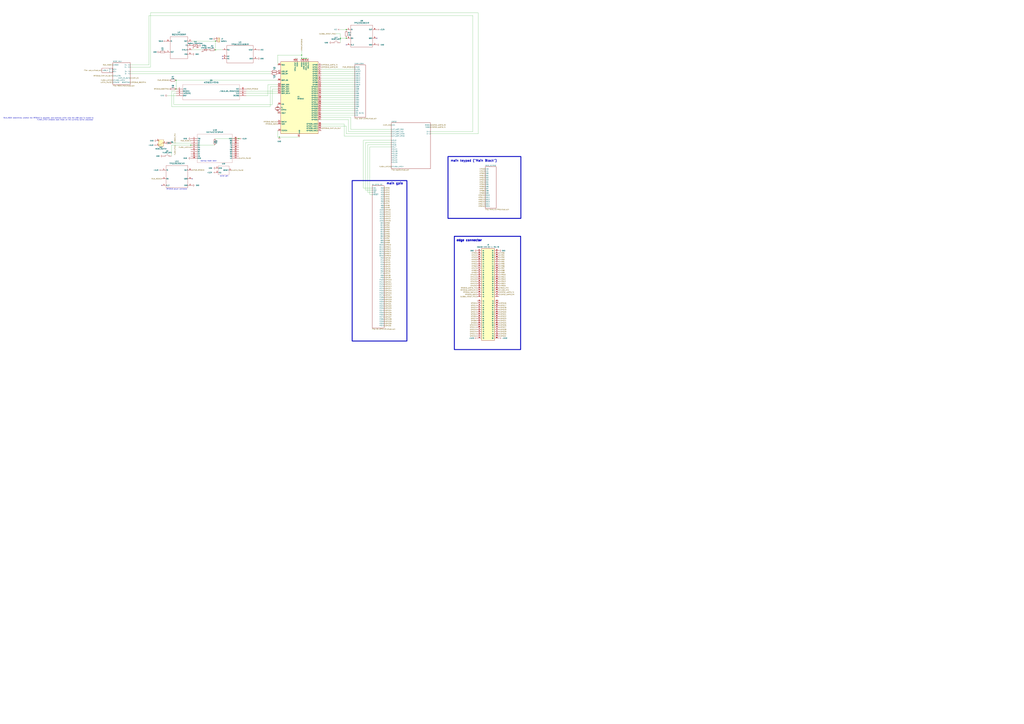
<source format=kicad_sch>
(kicad_sch (version 20230121) (generator eeschema)
  (paper "A0")
  (junction (at 395.224 44.45))
  (junction (at 250.19 47.752))
  (junction (at 250.19 57.912))
  (junction (at 402.082 44.45))
  (junction (at 221.488 168.656))
  (junction (at 277.368 161.036))
  (junction (at 352.806 67.818))
  (junction (at 324.358 159.258))
  (junction (at 350.266 67.818))
  (junction (at 204.47 93.218))
  (junction (at 204.47 103.378))
  (junction (at 350.266 64.008))
  (junction (at 402.082 34.29))
  (junction (at 355.346 67.818))
  (no_connect (at 258.318 68.072))
  (no_connect (at 258.318 65.532))
  (no_connect (at 402.082 52.07))
  (no_connect (at 223.266 207.772))
  (no_connect (at 437.642 44.45))
  (no_connect (at 187.706 215.392))
  (wire (pts (xy 172.974 18.034) (xy 549.148 18.034)))
  (wire (pts (xy 432.054 226.06) (xy 429.514 226.06)))
  (wire (pts (xy 322.326 130.048) (xy 322.326 131.318)))
  (wire (pts (xy 151.384 75.438) (xy 172.974 75.438)))
  (wire (pts (xy 322.326 64.008) (xy 350.266 64.008)))
  (wire (pts (xy 402.082 146.558) (xy 402.082 155.448)))
  (wire (pts (xy 373.126 108.458) (xy 411.734 108.458)))
  (wire (pts (xy 373.126 88.138) (xy 411.734 88.138)))
  (wire (pts (xy 174.752 77.978) (xy 174.752 14.986)))
  (wire (pts (xy 199.39 105.918) (xy 199.39 123.952)))
  (wire (pts (xy 285.75 108.458) (xy 322.326 108.458)))
  (wire (pts (xy 311.15 110.998) (xy 311.15 98.298)))
  (wire (pts (xy 250.19 47.752) (xy 250.19 57.912)))
  (wire (pts (xy 201.93 121.412) (xy 316.23 121.412)))
  (wire (pts (xy 322.326 159.258) (xy 324.358 159.258)))
  (wire (pts (xy 221.488 168.656) (xy 249.428 168.656)))
  (wire (pts (xy 399.542 157.988) (xy 399.542 144.018)))
  (wire (pts (xy 373.126 85.598) (xy 411.734 85.598)))
  (wire (pts (xy 342.646 67.818) (xy 345.186 67.818)))
  (wire (pts (xy 454.406 152.908) (xy 404.622 152.908)))
  (wire (pts (xy 421.894 163.068) (xy 454.406 163.068)))
  (wire (pts (xy 402.082 34.29) (xy 402.082 35.56)))
  (wire (pts (xy 322.326 151.638) (xy 322.326 159.258)))
  (wire (pts (xy 194.31 110.998) (xy 204.47 110.998)))
  (wire (pts (xy 373.126 131.318) (xy 411.734 131.318)))
  (wire (pts (xy 499.872 155.448) (xy 555.244 155.448)))
  (wire (pts (xy 454.406 168.148) (xy 426.974 168.148)))
  (wire (pts (xy 352.806 67.818) (xy 355.346 67.818)))
  (wire (pts (xy 285.75 105.918) (xy 322.326 105.918)))
  (wire (pts (xy 313.69 100.838) (xy 322.326 100.838)))
  (wire (pts (xy 395.224 44.45) (xy 395.224 49.53)))
  (wire (pts (xy 373.126 95.758) (xy 411.734 95.758)))
  (wire (pts (xy 350.266 59.182) (xy 350.266 64.008)))
  (wire (pts (xy 151.384 77.978) (xy 174.752 77.978)))
  (wire (pts (xy 424.434 165.608) (xy 454.406 165.608)))
  (wire (pts (xy 549.148 18.034) (xy 549.148 152.908)))
  (wire (pts (xy 426.974 223.52) (xy 432.054 223.52)))
  (wire (pts (xy 373.126 80.518) (xy 411.734 80.518)))
  (wire (pts (xy 373.126 100.838) (xy 411.734 100.838)))
  (wire (pts (xy 373.126 116.078) (xy 411.734 116.078)))
  (wire (pts (xy 249.428 161.036) (xy 277.368 161.036)))
  (wire (pts (xy 373.126 93.218) (xy 411.734 93.218)))
  (wire (pts (xy 404.622 152.908) (xy 404.622 138.938)))
  (wire (pts (xy 172.974 75.438) (xy 172.974 18.034)))
  (wire (pts (xy 373.126 128.778) (xy 411.734 128.778)))
  (wire (pts (xy 555.244 14.986) (xy 555.244 155.448)))
  (wire (pts (xy 404.622 138.938) (xy 373.126 138.938)))
  (wire (pts (xy 399.542 144.018) (xy 373.126 144.018)))
  (wire (pts (xy 285.75 110.998) (xy 311.15 110.998)))
  (wire (pts (xy 373.126 123.698) (xy 411.734 123.698)))
  (wire (pts (xy 421.894 163.068) (xy 421.894 218.44)))
  (wire (pts (xy 373.126 118.618) (xy 411.734 118.618)))
  (wire (pts (xy 373.126 121.158) (xy 411.734 121.158)))
  (wire (pts (xy 394.97 34.29) (xy 402.082 34.29)))
  (wire (pts (xy 407.416 150.368) (xy 454.406 150.368)))
  (wire (pts (xy 373.126 90.678) (xy 411.734 90.678)))
  (wire (pts (xy 402.082 155.448) (xy 454.406 155.448)))
  (wire (pts (xy 373.126 103.378) (xy 411.734 103.378)))
  (wire (pts (xy 322.326 64.008) (xy 322.326 75.438)))
  (wire (pts (xy 373.126 105.918) (xy 411.734 105.918)))
  (wire (pts (xy 350.266 64.008) (xy 350.266 67.818)))
  (wire (pts (xy 350.266 67.818) (xy 352.806 67.818)))
  (wire (pts (xy 174.752 14.986) (xy 555.244 14.986)))
  (wire (pts (xy 316.23 121.412) (xy 316.23 103.378)))
  (wire (pts (xy 223.012 57.912) (xy 234.95 57.912)))
  (wire (pts (xy 199.39 123.952) (xy 313.69 123.952)))
  (wire (pts (xy 429.514 170.688) (xy 454.406 170.688)))
  (wire (pts (xy 373.126 146.558) (xy 402.082 146.558)))
  (wire (pts (xy 426.974 168.148) (xy 426.974 223.52)))
  (wire (pts (xy 395.224 44.45) (xy 402.082 44.45)))
  (wire (pts (xy 355.346 67.818) (xy 357.886 67.818)))
  (wire (pts (xy 373.126 110.998) (xy 411.734 110.998)))
  (wire (pts (xy 322.326 121.158) (xy 322.326 122.428)))
  (wire (pts (xy 407.416 136.398) (xy 407.416 150.368)))
  (wire (pts (xy 390.144 39.37) (xy 395.224 39.37)))
  (wire (pts (xy 204.47 105.918) (xy 199.39 105.918)))
  (wire (pts (xy 395.224 39.37) (xy 395.224 44.45)))
  (wire (pts (xy 151.384 83.058) (xy 314.706 83.058)))
  (wire (pts (xy 204.47 93.218) (xy 204.47 103.378)))
  (wire (pts (xy 373.126 136.398) (xy 407.416 136.398)))
  (wire (pts (xy 373.126 126.238) (xy 411.734 126.238)))
  (wire (pts (xy 429.514 226.06) (xy 429.514 170.688)))
  (wire (pts (xy 201.93 108.458) (xy 201.93 121.412)))
  (wire (pts (xy 311.15 98.298) (xy 322.326 98.298)))
  (wire (pts (xy 424.434 220.98) (xy 424.434 165.608)))
  (wire (pts (xy 250.19 57.912) (xy 258.318 57.912)))
  (wire (pts (xy 199.136 168.656) (xy 199.136 181.356)))
  (wire (pts (xy 199.136 168.656) (xy 221.488 168.656)))
  (wire (pts (xy 373.126 83.058) (xy 411.734 83.058)))
  (wire (pts (xy 151.384 85.598) (xy 314.706 85.598)))
  (wire (pts (xy 313.69 123.952) (xy 313.69 100.838)))
  (wire (pts (xy 402.082 44.45) (xy 402.082 43.18)))
  (wire (pts (xy 454.406 157.988) (xy 399.542 157.988)))
  (wire (pts (xy 204.47 93.218) (xy 322.326 93.218)))
  (wire (pts (xy 324.358 159.258) (xy 347.726 159.258)))
  (wire (pts (xy 373.126 113.538) (xy 411.734 113.538)))
  (wire (pts (xy 316.23 103.378) (xy 322.326 103.378)))
  (wire (pts (xy 432.054 220.98) (xy 424.434 220.98)))
  (wire (pts (xy 421.894 218.44) (xy 432.054 218.44)))
  (wire (pts (xy 373.126 98.298) (xy 411.734 98.298)))
  (wire (pts (xy 223.012 47.752) (xy 250.19 47.752)))
  (wire (pts (xy 499.872 152.908) (xy 549.148 152.908)))
  (wire (pts (xy 373.126 133.858) (xy 411.734 133.858)))
  (wire (pts (xy 204.47 108.458) (xy 201.93 108.458)))
  (wire (pts (xy 199.644 166.116) (xy 221.488 166.116)))
  (rectangle (start 408.94 209.804) (end 472.44 396.24) (stroke (width 1)))
  (rectangle (start 527.558 274.574) (end 604.52 406.146) (stroke (width 1)))
  (rectangle (start 520.192 181.864) (end 604.774 253.746) (stroke (width 1)))
  (text "pulse gen" (at 255.524 205.232 0) (effects (font (size 1.27 1.27)) (justify left bottom)))
  (text "RUN_MODE determines whether the RP2040 is powered, and controls which chip the USB port is routed to\nFLASH_LATCH enables boot mode on the currently active processor" (at 108.458 139.954 0) (effects (font (size 1.27 1.27)) (justify right bottom)))
  (text "main keypad (\"Main Block\")" (at 522.986 188.214 0) (effects (font (size 2.5 2.5) (thickness 0.5) bold) (justify left bottom)))
  (text "startup mode latch" (at 232.918 187.706 0) (effects (font (size 1.27 1.27)) (justify left bottom)))
  (text "RP2040 power controller" (at 193.294 220.472 0) (effects (font (size 1.27 1.27)) (justify left bottom)))
  (text "edge connector" (at 529.844 280.67 0) (effects (font (size 2.5 2.5) (thickness 1) bold) (justify left bottom)))
  (text "main gpio" (at 448.564 214.63 0) (effects (font (size 2.5 2.5) bold) (justify left bottom)))
  (hierarchical_label "KPA0" (shape input) (at 563.372 196.342 180))
  (hierarchical_label "KPB12" (shape input) (at 446.024 289.56 0))
  (hierarchical_label "GPIO0" (shape bidirectional) (at 446.024 299.72 0))
  (hierarchical_label "GPIO28" (shape bidirectional) (at 446.024 370.84 0))
  (hierarchical_label "CHIP_EN" (shape output) (at 151.384 90.678 0))
  (hierarchical_label "KPB8" (shape input) (at 446.024 279.4 0))
  (hierarchical_label "KPA11" (shape input) (at 553.974 321.818 180))
  (hierarchical_label "KPB1" (shape output) (at 579.374 296.418 0))
  (hierarchical_label "GPIO29" (shape bidirectional) (at 446.024 373.38 0))
  (hierarchical_label "KPB6" (shape output) (at 563.372 216.662 180))
  (hierarchical_label "KPB9" (shape output) (at 563.372 224.282 180))
  (hierarchical_label "RP2040_UART0_RX" (shape input) (at 373.126 77.978 0))
  (hierarchical_label "GPIO7" (shape bidirectional) (at 446.024 317.5 0))
  (hierarchical_label "PWR_RP2040" (shape output) (at 223.266 197.612 0))
  (hierarchical_label "KPB6" (shape output) (at 579.374 309.118 0))
  (hierarchical_label "LATCH_PULSE" (shape output) (at 268.478 197.866 0))
  (hierarchical_label "KPB7" (shape output) (at 563.372 219.202 180))
  (hierarchical_label "GPIO10" (shape bidirectional) (at 553.974 377.698 180))
  (hierarchical_label "GPIO13" (shape bidirectional) (at 553.974 385.318 180))
  (hierarchical_label "PWR_RP2040" (shape input) (at 411.734 77.978 180))
  (hierarchical_label "KPB15" (shape output) (at 579.374 331.978 0))
  (hierarchical_label "KPB2" (shape output) (at 563.372 206.502 180))
  (hierarchical_label "KPA8" (shape output) (at 446.024 238.76 0))
  (hierarchical_label "GPIO14" (shape bidirectional) (at 553.974 387.858 180))
  (hierarchical_label "CHIP_EN" (shape input) (at 454.406 145.288 180))
  (hierarchical_label "GPIO22" (shape bidirectional) (at 446.024 355.6 0))
  (hierarchical_label "FLASH_PIN" (shape output) (at 203.2 168.656 270))
  (hierarchical_label "KPA14" (shape input) (at 553.974 329.438 180))
  (hierarchical_label "GPIO1" (shape bidirectional) (at 446.024 302.26 0))
  (hierarchical_label "FLASH_PIN" (shape output) (at 579.374 337.058 0))
  (hierarchical_label "RP2040_CHIP_EN_OUT" (shape input) (at 131.064 88.138 180))
  (hierarchical_label "GPIO25" (shape bidirectional) (at 446.024 363.22 0))
  (hierarchical_label "GPIO3" (shape bidirectional) (at 446.024 307.34 0))
  (hierarchical_label "FLASH_LATCH" (shape output) (at 221.488 171.196 180))
  (hierarchical_label "KPB10" (shape output) (at 563.372 226.822 180))
  (hierarchical_label "KPB11" (shape output) (at 579.374 321.818 0))
  (hierarchical_label "GPIO3" (shape bidirectional) (at 553.974 359.918 180))
  (hierarchical_label "KPA15" (shape output) (at 446.024 256.54 0))
  (hierarchical_label "GPIO11" (shape bidirectional) (at 446.024 327.66 0))
  (hierarchical_label "GPIO8" (shape bidirectional) (at 553.974 372.618 180))
  (hierarchical_label "GPIO21" (shape bidirectional) (at 579.374 364.998 0))
  (hierarchical_label "RP2040_UART0_RX" (shape output) (at 553.974 337.058 180))
  (hierarchical_label "GPIO13" (shape bidirectional) (at 446.024 332.74 0))
  (hierarchical_label "ESP32_UART0_RX" (shape input) (at 499.872 145.288 0))
  (hierarchical_label "RP2040_BOOTPIN" (shape input) (at 196.85 103.378 180))
  (hierarchical_label "KPB3" (shape input) (at 446.024 266.7 0))
  (hierarchical_label "KPB8" (shape output) (at 563.372 221.742 180))
  (hierarchical_label "KPB7" (shape output) (at 579.374 311.658 0))
  (hierarchical_label "KPA3" (shape input) (at 553.974 301.498 180))
  (hierarchical_label "KPA5" (shape input) (at 553.974 306.578 180))
  (hierarchical_label "GPIO15" (shape bidirectional) (at 446.024 337.82 0))
  (hierarchical_label "KPA1" (shape input) (at 563.372 198.882 180))
  (hierarchical_label "KPA2" (shape input) (at 553.974 298.958 180))
  (hierarchical_label "GPIO6" (shape bidirectional) (at 446.024 314.96 0))
  (hierarchical_label "KPB0" (shape output) (at 563.372 201.422 180))
  (hierarchical_label "KPA0" (shape output) (at 446.024 218.44 0))
  (hierarchical_label "RP2040_SWCLK" (shape input) (at 322.326 141.478 180))
  (hierarchical_label "GPIO17" (shape bidirectional) (at 446.024 342.9 0))
  (hierarchical_label "GPIO4" (shape bidirectional) (at 446.024 309.88 0))
  (hierarchical_label "GPIO21" (shape bidirectional) (at 446.024 353.06 0))
  (hierarchical_label "GPIO2" (shape bidirectional) (at 446.024 304.8 0))
  (hierarchical_label "GPIO30" (shape bidirectional) (at 579.374 387.858 0))
  (hierarchical_label "KPB15" (shape input) (at 446.024 297.18 0))
  (hierarchical_label "GPIO31" (shape bidirectional) (at 446.024 378.46 0))
  (hierarchical_label "KPA13" (shape input) (at 553.974 326.898 180))
  (hierarchical_label "RP2040_CHIP_EN_OUT" (shape input) (at 373.126 149.098 0))
  (hierarchical_label "KPB15" (shape output) (at 563.372 239.522 180))
  (hierarchical_label "KPB14" (shape output) (at 563.372 236.982 180))
  (hierarchical_label "KPA0" (shape input) (at 553.974 293.878 180))
  (hierarchical_label "KPB6" (shape input) (at 446.024 274.32 0))
  (hierarchical_label "GPIO9" (shape bidirectional) (at 553.974 375.158 180))
  (hierarchical_label "KPB13" (shape output) (at 563.372 234.442 180))
  (hierarchical_label "ESP32_UART0_TX" (shape output) (at 499.872 147.828 0))
  (hierarchical_label "FLASH_LATCH" (shape input) (at 454.406 193.548 180))
  (hierarchical_label "RUN_MODE" (shape input) (at 131.064 75.438 180))
  (hierarchical_label "KPA13" (shape output) (at 446.024 251.46 0))
  (hierarchical_label "GPIO6" (shape bidirectional) (at 553.974 367.538 180))
  (hierarchical_label "GPIO31" (shape bidirectional) (at 579.374 390.398 0))
  (hierarchical_label "GPIO11" (shape bidirectional) (at 553.974 380.238 180))
  (hierarchical_label "KPA9" (shape input) (at 553.974 316.738 180))
  (hierarchical_label "KPA14" (shape output) (at 446.024 254 0))
  (hierarchical_label "GPIO23" (shape bidirectional) (at 579.374 370.078 0))
  (hierarchical_label "RUN_MODE" (shape input) (at 187.706 207.772 180))
  (hierarchical_label "KPA10" (shape input) (at 553.974 319.278 180))
  (hierarchical_label "KPA4" (shape input) (at 553.974 304.038 180))
  (hierarchical_label "GPIO19" (shape bidirectional) (at 579.374 359.918 0))
  (hierarchical_label "GPIO24" (shape bidirectional) (at 446.024 360.68 0))
  (hierarchical_label "KPA10" (shape output) (at 446.024 243.84 0))
  (hierarchical_label "GLOBAL_RESET_PIN" (shape output) (at 553.974 344.678 180))
  (hierarchical_label "GPIO16" (shape bidirectional) (at 579.374 352.298 0))
  (hierarchical_label "GPIO14" (shape bidirectional) (at 446.024 335.28 0))
  (hierarchical_label "GPIO9" (shape bidirectional) (at 446.024 322.58 0))
  (hierarchical_label "KPB5" (shape output) (at 579.374 306.578 0))
  (hierarchical_label "KPB3" (shape output) (at 579.374 301.498 0))
  (hierarchical_label "KPB0" (shape output) (at 579.374 293.878 0))
  (hierarchical_label "PWR_RP2040" (shape input) (at 350.266 59.182 90))
  (hierarchical_label "GPIO4" (shape bidirectional) (at 553.974 362.458 180))
  (hierarchical_label "KPB5" (shape input) (at 446.024 271.78 0))
  (hierarchical_label "GPIO20" (shape bidirectional) (at 446.024 350.52 0))
  (hierarchical_label "KPA7" (shape input) (at 553.974 311.658 180))
  (hierarchical_label "KPA6" (shape input) (at 553.974 309.118 180))
  (hierarchical_label "KPB10" (shape input) (at 446.024 284.48 0))
  (hierarchical_label "ESP32_UART0_TX" (shape input) (at 579.374 339.598 0))
  (hierarchical_label "GPIO19" (shape bidirectional) (at 446.024 347.98 0))
  (hierarchical_label "GPIO18" (shape bidirectional) (at 446.024 345.44 0))
  (hierarchical_label "KPA7" (shape output) (at 446.024 236.22 0))
  (hierarchical_label "PWR_RP2040" (shape input) (at 196.85 93.218 180))
  (hierarchical_label "GLOBAL_RESET_PIN" (shape input) (at 390.144 39.37 180))
  (hierarchical_label "LATCH_PULSE" (shape input) (at 277.368 183.896 0))
  (hierarchical_label "KPA15" (shape input) (at 553.974 331.978 180))
  (hierarchical_label "KPB4" (shape output) (at 563.372 211.582 180))
  (hierarchical_label "GPIO10" (shape bidirectional) (at 446.024 325.12 0))
  (hierarchical_label "GPIO30" (shape bidirectional) (at 446.024 375.92 0))
  (hierarchical_label "KPB13" (shape input) (at 446.024 292.1 0))
  (hierarchical_label "KPA1" (shape input) (at 553.974 296.418 180))
  (hierarchical_label "KPB13" (shape output) (at 579.374 326.898 0))
  (hierarchical_label "KPB0" (shape input) (at 446.024 259.08 0))
  (hierarchical_label "KPB14" (shape output) (at 579.374 329.438 0))
  (hierarchical_label "GPIO12" (shape bidirectional) (at 446.024 330.2 0))
  (hierarchical_label "GPIO28" (shape bidirectional) (at 579.374 382.778 0))
  (hierarchical_label "GPIO8" (shape bidirectional) (at 446.024 320.04 0))
  (hierarchical_label "GPIO27" (shape bidirectional) (at 579.374 380.238 0))
  (hierarchical_label "KPB2" (shape output) (at 579.374 298.958 0))
  (hierarchical_label "KPA4" (shape output) (at 446.024 228.6 0))
  (hierarchical_label "GPIO16" (shape bidirectional) (at 446.024 340.36 0))
  (hierarchical_label "GPIO18" (shape bidirectional) (at 579.374 357.378 0))
  (hierarchical_label "KPB3" (shape output) (at 563.372 209.042 180))
  (hierarchical_label "GPIO27" (shape bidirectional) (at 446.024 368.3 0))
  (hierarchical_label "RP2040_SWD" (shape input) (at 322.326 144.018 180))
  (hierarchical_label "GPIO15" (shape bidirectional) (at 553.974 390.398 180))
  (hierarchical_label "FLASH_LATCH" (shape input) (at 131.064 93.218 180))
  (hierarchical_label "PWR_RP2040" (shape input) (at 285.75 103.378 0))
  (hierarchical_label "KPA11" (shape output) (at 446.024 246.38 0))
  (hierarchical_label "RP2040_UART0_TX" (shape output) (at 373.126 75.438 0))
  (hierarchical_label "KPB8" (shape output) (at 579.374 314.198 0))
  (hierarchical_label "KPB10" (shape output) (at 579.374 319.278 0))
  (hierarchical_label "GPIO25" (shape bidirectional) (at 579.374 375.158 0))
  (hierarchical_label "KPB9" (shape input) (at 446.024 281.94 0))
  (hierarchical_label "ESP32_UART0_RX" (shape output) (at 579.374 342.138 0))
  (hierarchical_label "GPIO22" (shape bidirectional) (at 579.374 367.538 0))
  (hierarchical_label "GPIO2" (shape bidirectional) (at 553.974 357.378 180))
  (hierarchical_label "KPA9" (shape output) (at 446.024 241.3 0))
  (hierarchical_label "KPB12" (shape output) (at 579.374 324.358 0))
  (hierarchical_label "RUN_MODE" (shape output) (at 221.488 163.576 180))
  (hierarchical_label "GPIO12" (shape bidirectional) (at 553.974 382.778 180))
  (hierarchical_label "KPB4" (shape output) (at 579.374 304.038 0))
  (hierarchical_label "GPIO24" (shape bidirectional) (at 579.374 372.618 0))
  (hierarchical_label "KPB7" (shape input) (at 446.024 276.86 0))
  (hierarchical_label "KPA6" (shape output) (at 446.024 233.68 0))
  (hierarchical_label "GPIO5" (shape bidirectional) (at 553.974 364.998 180))
  (hierarchical_label "KPB1" (shape input) (at 446.024 261.62 0))
  (hierarchical_label "KPA12" (shape input) (at 553.974 324.358 180))
  (hierarchical_label "KPA2" (shape output) (at 446.024 223.52 0))
  (hierarchical_label "KPB9" (shape output) (at 579.374 316.738 0))
  (hierarchical_label "GPIO7" (shape bidirectional) (at 553.974 370.078 180))
  (hierarchical_label "KPB11" (shape output) (at 563.372 229.362 180))
  (hierarchical_label "KPB2" (shape input) (at 446.024 264.16 0))
  (hierarchical_label "RP2040_SWCLK" (shape input) (at 553.974 339.598 180))
  (hierarchical_label "KPA3" (shape output) (at 446.024 226.06 0))
  (hierarchical_label "GPIO5" (shape bidirectional) (at 446.024 312.42 0))
  (hierarchical_label "GPIO0" (shape bidirectional) (at 553.974 352.298 180))
  (hierarchical_label "KPB1" (shape output) (at 563.372 203.962 180))
  (hierarchical_label "GPIO1" (shape bidirectional) (at 553.974 354.838 180))
  (hierarchical_label "KPA5" (shape output) (at 446.024 231.14 0))
  (hierarchical_label "KPA8" (shape input) (at 553.974 314.198 180))
  (hierarchical_label "KPA12" (shape output) (at 446.024 248.92 0))
  (hierarchical_label "GPIO26" (shape bidirectional) (at 579.374 377.698 0))
  (hierarchical_label "GPIO23" (shape bidirectional) (at 446.024 358.14 0))
  (hierarchical_label "RP2040_BOOTPIN" (shape output) (at 151.384 95.758 0))
  (hierarchical_label "KPA1" (shape output) (at 446.024 220.98 0))
  (hierarchical_label "KPB11" (shape input) (at 446.024 287.02 0))
  (hierarchical_label "KPB5" (shape output) (at 563.372 214.122 180))
  (hierarchical_label "KPB14" (shape input) (at 446.024 294.64 0))
  (hierarchical_label "GPIO29" (shape bidirectional) (at 579.374 385.318 0))
  (hierarchical_label "RP2040_SWD" (shape input) (at 553.974 342.138 180))
  (hierarchical_label "RP2040_UART0_TX" (shape input) (at 553.974 334.518 180))
  (hierarchical_label "LATCH_PULSE" (shape input) (at 131.064 95.758 180))
  (hierarchical_label "MODE_PIN" (shape output) (at 579.374 334.518 0))
  (hierarchical_label "KPB4" (shape input) (at 446.024 269.24 0))
  (hierarchical_label "KPB12" (shape output) (at 563.372 231.902 180))
  (hierarchical_label "GPIO26" (shape bidirectional) (at 446.024 365.76 0))
  (hierarchical_label "MODE_PIN" (shape output) (at 203.2 166.116 90))
  (hierarchical_label "GPIO17" (shape bidirectional) (at 579.374 354.838 0))
  (hierarchical_label "GPIO20" (shape bidirectional) (at 579.374 362.458 0))
  (symbol (lib_id "2024-01-09_16-08-29:W25Q32JVSSIQ") (at 204.47 103.378 0) (unit 1)
    (property "Reference" "U6" (at 245.11 93.218 0) (effects (font (size 1.524 1.524))))
    (property "Value" "W25Q32JVSSIQ" (at 245.11 95.758 0) (effects (font (size 1.524 1.524))))
    (property "Footprint" "footprints:SOIC-8_5P28X5P28_WIN" (effects hide))
    (property "Datasheet" "W25Q32JVSSIQ" (effects hide))
  )
  (symbol (lib_id "power:VCC") (at 298.958 57.912 270) (unit 1)
    (property "Reference" "#PWR027" (effects hide))
    (property "Value" "VCC" (at 302.26 57.912 90) (effects (justify left)))
  )
  (symbol (lib_id "power:+3.3V") (at 553.974 392.938 90) (unit 1)
    (property "Reference" "#PWR067" (effects hide))
    (property "Value" "+3.3V" (at 550.672 392.938 90) (effects (justify left)))
  )
  (symbol (lib_id "power:+3.3V") (at 250.698 200.406 90) (unit 1)
    (property "Reference" "#PWR031" (effects hide))
    (property "Value" "+3.3V" (at 246.38 200.406 90) (effects (justify left)))
  )
  (symbol (lib_id "power:GND") (at 385.064 49.53 270) (unit 1)
    (property "Reference" "#PWR08" (effects hide))
    (property "Value" "GND" (at 381 49.53 90) (effects (justify right)))
  )
  (symbol (lib_id "custom:button") (at 390.144 49.53 0) (unit 1)
    (property "Reference" "U17" (at 390.144 43.688 0))
    (property "Value" "RESET_BTN" (at 390.144 45.466 0))
    (property "Footprint" "Button_Switch_SMD:SW_Tactile_SPST_NO_Straight_CK_PTS636Sx25SMTRLFS" (effects hide))
  )
  (symbol (lib_id "Device:R") (at 402.082 39.37 0) (unit 1)
    (property "Reference" "R17" (at 403.86 38.1 0) (effects (justify left)))
    (property "Value" "10k" (at 403.86 40.64 0) (effects (justify left)))
    (property "Footprint" "Resistor_SMD:R_1206_3216Metric" (effects hide))
  )
  (symbol (lib_id "power:GND") (at 221.488 161.036 270) (unit 1)
    (property "Reference" "#PWR014" (effects hide))
    (property "Value" "GND" (at 217.17 161.036 90) (effects (justify right)))
  )
  (symbol (lib_id "power:+3.3V") (at 437.642 34.29 270) (unit 1)
    (property "Reference" "#PWR013" (effects hide))
    (property "Value" "+3.3V" (at 440.817 34.29 90) (effects (justify left)))
  )
  (symbol (lib_id "power:VCC") (at 394.97 34.29 90) (unit 1)
    (property "Reference" "#PWR03" (effects hide))
    (property "Value" "VCC" (at 391.668 34.29 90) (effects (justify left)))
  )
  (symbol (lib_id "MCU_RaspberryPi:RP2040") (at 347.726 113.538 0) (unit 1)
    (property "Reference" "U1" (at 345.186 112.268 0) (effects (justify left)))
    (property "Value" "RP2040" (at 345.186 114.808 0) (effects (justify left)))
    (property "Footprint" "Package_DFN_QFN:QFN-56-1EP_7x7mm_P0.4mm_EP3.2x3.2mm" (effects hide))
    (property "Datasheet" "https://datasheets.raspberrypi.com/rp2040/rp2040-datasheet.pdf" (effects hide))
  )
  (symbol (lib_id "Device:R") (at 200.66 93.218 270) (unit 1)
    (property "Reference" "R7" (at 200.66 89.408 90))
    (property "Value" "10k" (at 200.66 91.313 90))
    (property "Footprint" "Resistor_SMD:R_1206_3216Metric" (effects hide))
  )
  (symbol (lib_id "2024-01-02_21-46-21:BQ21040DBVR") (at 207.772 55.372 0) (unit 1)
    (property "Reference" "U2" (at 207.772 37.592 0) (effects (font (size 1.524 1.524))))
    (property "Value" "BQ21040DBVR" (at 207.772 40.132 0) (effects (font (size 1.524 1.524))))
    (property "Footprint" "footprints:DBV0006A_N" (effects hide))
    (property "Datasheet" "BQ21040DBVR" (effects hide))
  )
  (symbol (lib_id "2024-01-02_21-46-27:TPS613221ADBVR") (at 278.638 62.992 0) (unit 1)
    (property "Reference" "U3" (at 278.638 49.022 0) (effects (font (size 1.524 1.524))))
    (property "Value" "TPS613221ADBVR" (at 278.638 51.562 0) (effects (font (size 1.524 1.524))))
    (property "Footprint" "footprints:DBV0005A_N" (effects hide))
    (property "Datasheet" "TPS613221ADBVR" (effects hide))
  )
  (symbol (lib_id "2024-01-10_18-59-37:RESET_TIMER") (at 259.588 197.866 0) (unit 1)
    (property "Reference" "U10" (at 259.588 190.246 0))
    (property "Value" "~" (at 259.588 197.866 0))
    (property "Footprint" "footprints:SOT-23_M3_MCH" (effects hide))
  )
  (symbol (lib_id "Device:Thermistor_NTC") (at 226.822 52.832 90) (unit 1)
    (property "Reference" "TH1" (at 226.822 48.387 90))
    (property "Value" "battery thermistor" (at 226.822 50.292 90))
    (property "Footprint" "Resistor_SMD:R_0201_0603Metric_Pad0.64x0.40mm_HandSolder" (effects hide))
  )
  (symbol (lib_id "power:+3.3V") (at 277.368 161.036 270) (unit 1)
    (property "Reference" "#PWR029" (effects hide))
    (property "Value" "+3.3V" (at 280.67 161.036 90) (effects (justify left)))
  )
  (symbol (lib_id "HSEC8-140-01-L-RA-TR:HSEC8-140-01-L-RA-TR") (at 566.674 342.138 0) (unit 1)
    (property "Reference" "J5" (at 566.674 284.48 0))
    (property "Value" "HSEC8-140-01-L-RA-TR" (at 566.674 287.02 0))
    (property "Footprint" "HSEC8_140_01_L_RA_TR:SAMTEC_HSEC8-140-01-L-RA-TR" (effects hide))
    (property "MF" "Samtec" (effects hide))
    (property "DESCRIPTION" "0.80 mm High-Speed Edge Card Connector, Right-Angle" (effects hide))
    (property "PACKAGE" "None" (effects hide))
    (property "PRICE" "None" (effects hide))
    (property "MP" "HSEC8-140-01-L-RA-TR" (effects hide))
    (property "AVAILABILITY" "In Stock" (effects hide))
    (property "PURCHASE-URL" "https://pricing.snapeda.com/search/part/HSEC8-140-01-L-RA-TR/?ref=eda" (effects hide))
  )
  (symbol (lib_id "power:+3.3V") (at 187.706 197.612 90) (unit 1)
    (property "Reference" "#PWR035" (effects hide))
    (property "Value" "+3.3V" (at 184.15 197.612 90) (effects (justify left)))
  )
  (symbol (lib_id "Device:LED") (at 238.76 57.912 0) (unit 1)
    (property "Reference" "D1" (at 238.76 53.467 0))
    (property "Value" "charge led" (at 238.76 55.372 0))
  )
  (symbol (lib_id "power:GND") (at 194.31 110.998 270) (unit 1)
    (property "Reference" "#PWR011" (effects hide))
    (property "Value" "GND" (at 190.5 110.998 90) (effects (justify right)))
  )
  (symbol (lib_id "power:GND") (at 324.358 159.258 0) (unit 1)
    (property "Reference" "#PWR04" (effects hide))
    (property "Value" "GND" (at 324.358 164.338 0))
  )
  (symbol (lib_id "power:GND") (at 298.958 68.072 90) (unit 1)
    (property "Reference" "#PWR05" (effects hide))
    (property "Value" "GND" (at 302.133 68.072 90) (effects (justify right)))
  )
  (symbol (lib_id "Device:R") (at 195.834 166.116 270) (unit 1)
    (property "Reference" "R6" (at 199.898 165.1 90))
    (property "Value" "10k" (at 195.834 166.116 90))
    (property "Footprint" "Resistor_SMD:R_1206_3216Metric" (effects hide))
  )
  (symbol (lib_id "power:GND") (at 221.488 183.896 270) (unit 1)
    (property "Reference" "#PWR030" (effects hide))
    (property "Value" "GND" (at 217.17 183.896 90) (effects (justify right)))
  )
  (symbol (lib_id "Device:R") (at 318.516 85.598 90) (unit 1)
    (property "Reference" "R4" (at 318.516 88.138 90))
    (property "Value" "27" (at 318.516 90.043 90))
    (property "Footprint" "Resistor_SMD:R_1206_3216Metric" (effects hide))
  )
  (symbol (lib_id "power:+3.3V") (at 181.864 168.656 90) (unit 1)
    (property "Reference" "#PWR033" (effects hide))
    (property "Value" "+3.3V" (at 178.308 168.656 90) (effects (justify left)))
  )
  (symbol (lib_id "2024-01-10_19-26-16:TPS22919DCKR") (at 419.862 41.91 0) (unit 1)
    (property "Reference" "U8" (at 419.862 24.13 0) (effects (font (size 1.524 1.524))))
    (property "Value" "TPS22919DCKR" (at 419.862 26.67 0) (effects (font (size 1.524 1.524))))
    (property "Footprint" "footprints:DCK0006A_N" (effects hide))
    (property "Datasheet" "TPS22919DCKR" (effects hide))
  )
  (symbol (lib_id "power:GND") (at 184.912 60.452 270) (unit 1)
    (property "Reference" "#PWR06" (effects hide))
    (property "Value" "GND" (at 177.927 60.452 90) (effects (justify left)))
  )
  (symbol (lib_id "Device:R") (at 318.516 83.058 90) (unit 1)
    (property "Reference" "R3" (at 318.516 78.613 90))
    (property "Value" "27" (at 318.516 80.518 90))
    (property "Footprint" "Resistor_SMD:R_1206_3216Metric" (effects hide))
  )
  (symbol (lib_id "power:GND") (at 230.632 52.832 90) (unit 1)
    (property "Reference" "#PWR07" (effects hide))
    (property "Value" "GND" (at 234.442 52.832 90) (effects (justify right)))
  )
  (symbol (lib_id "2024-01-10_19-26-16:TPS22919DCKR") (at 205.486 205.232 0) (unit 1)
    (property "Reference" "U11" (at 205.486 187.452 0) (effects (font (size 1.524 1.524))))
    (property "Value" "TPS22919DCKR" (at 205.486 189.992 0) (effects (font (size 1.524 1.524))))
    (property "Footprint" "footprints:DCK0006A_N" (effects hide))
    (property "Datasheet" "TPS22919DCKR" (effects hide))
  )
  (symbol (lib_id "power:GND") (at 437.642 52.07 90) (unit 1)
    (property "Reference" "#PWR023" (effects hide))
    (property "Value" "GND" (at 441.96 52.07 90) (effects (justify right)))
  )
  (symbol (lib_id "Device:R") (at 249.428 164.846 180) (unit 1)
    (property "Reference" "R16" (at 251.46 164.846 90))
    (property "Value" "10k" (at 249.428 164.846 90))
    (property "Footprint" "Resistor_SMD:R_1206_3216Metric" (effects hide))
  )
  (symbol (lib_id "power:GND") (at 223.012 62.992 90) (unit 1)
    (property "Reference" "#PWR015" (effects hide))
    (property "Value" "GND" (at 226.822 62.992 90) (effects (justify right)))
  )
  (symbol (lib_id "Device:R") (at 188.722 60.452 270) (unit 1)
    (property "Reference" "R1" (at 188.722 56.007 90))
    (property "Value" "1K" (at 188.722 57.912 90))
    (property "Footprint" "Resistor_SMD:R_1206_3216Metric" (effects hide))
  )
  (symbol (lib_id "custom:button") (at 194.056 181.356 0) (unit 1)
    (property "Reference" "U9" (at 194.056 175.514 0))
    (property "Value" "FLASH_BTN" (at 194.056 177.292 0))
    (property "Footprint" "Button_Switch_SMD:SW_Tactile_SPST_NO_Straight_CK_PTS636Sx25SMTRLFS" (effects hide))
  )
  (symbol (lib_id "Device:Crystal") (at 322.326 126.238 270) (unit 1)
    (property "Reference" "Y1" (at 326.136 124.968 90) (effects (justify left)))
    (property "Value" "12MHz" (at 326.136 127.508 90) (effects (justify left)))
    (property "Footprint" "Crystal:Crystal_HC49-4H_Vertical" (effects hide))
  )
  (symbol (lib_id "power:+3.3V") (at 579.374 392.938 270) (unit 1)
    (property "Reference" "#PWR066" (effects hide))
    (property "Value" "+3.3V" (at 583.184 392.938 90) (effects (justify left)))
  )
  (symbol (lib_id "power:VBUS") (at 192.532 47.752 90) (unit 1)
    (property "Reference" "#PWR012" (effects hide))
    (property "Value" "VBUS" (at 189.23 47.752 90) (effects (justify left)))
  )
  (symbol (lib_id "power:GND") (at 250.19 45.212 270) (unit 1)
    (property "Reference" "#PWR01" (effects hide))
    (property "Value" "GND" (at 247.015 45.212 90) (effects (justify right)))
  )
  (symbol (lib_id "2024-01-19_20-37-39:SN74HCT373PWR") (at 221.488 161.036 0) (unit 1)
    (property "Reference" "U18" (at 249.428 151.13 0) (effects (font (size 1.524 1.524))))
    (property "Value" "SN74HCT373PWR" (at 249.428 153.67 0) (effects (font (size 1.524 1.524))))
    (property "Footprint" "PW20" (effects hide))
    (property "Datasheet" "SN74HCT373PWR" (effects hide))
  )
  (symbol (lib_id "dk_Rectangular-Connectors-Headers-Male-Pins:S2B-PH-K-S_LF__SN_") (at 252.73 47.752 90) (unit 1)
    (property "Reference" "J2" (at 256.54 45.212 90) (effects (justify right)))
    (property "Value" "battery" (at 256.54 47.752 90) (effects (justify right)))
    (property "Footprint" "digikey-footprints:PinHeader_1x2_P2mm_Drill1mm_RA" (effects hide))
    (property "Datasheet" "http://www.jst-mfg.com/product/pdf/eng/ePH.pdf" (effects hide))
    (property "Digi-Key_PN" "455-1719-ND" (effects hide))
    (property "MPN" "S2B-PH-K-S(LF)(SN)" (effects hide))
    (property "Category" "Connectors, Interconnects" (effects hide))
    (property "Family" "Rectangular Connectors - Headers, Male Pins" (effects hide))
    (property "DK_Datasheet_Link" "http://www.jst-mfg.com/product/pdf/eng/ePH.pdf" (effects hide))
    (property "DK_Detail_Page" "/product-detail/en/jst-sales-america-inc/S2B-PH-K-S(LF)(SN)/455-1719-ND/926626" (effects hide))
    (property "Description" "CONN HEADER R/A 2POS 2MM" (effects hide))
    (property "Manufacturer" "JST Sales America Inc." (effects hide))
    (property "Status" "Active" (effects hide))
  )
  (symbol (lib_id "power:GND") (at 579.374 291.338 90) (unit 1)
    (property "Reference" "#PWR068" (effects hide))
    (property "Value" "GND" (at 582.676 291.338 90) (effects (justify right)))
  )
  (symbol (lib_id "Switch:SW_SPDT") (at 186.944 166.116 180) (unit 1)
    (property "Reference" "SW2" (at 186.944 171.196 0))
    (property "Value" "MODE_SWITCH" (at 186.944 172.974 0))
    (property "Footprint" "Button_Switch_SMD:SW_SPDT_CK-JS102011SAQN" (effects hide))
  )
  (symbol (lib_id "power:GND") (at 188.976 181.356 270) (unit 1)
    (property "Reference" "#PWR039" (effects hide))
    (property "Value" "GND" (at 185.42 181.356 90) (effects (justify right)))
  )
  (symbol (lib_id "power:GND") (at 223.266 215.392 90) (unit 1)
    (property "Reference" "#PWR036" (effects hide))
    (property "Value" "GND" (at 227.33 215.392 90) (effects (justify right)))
  )
  (symbol (lib_id "power:GND") (at 553.974 291.338 270) (unit 1)
    (property "Reference" "#PWR026" (effects hide))
    (property "Value" "GND" (at 550.164 291.338 90) (effects (justify right)))
  )
  (symbol (lib_id "power:GND") (at 181.864 163.576 270) (unit 1)
    (property "Reference" "#PWR034" (effects hide))
    (property "Value" "GND" (at 178.308 163.576 90) (effects (justify right)))
  )
  (symbol (lib_id "Device:R") (at 246.38 57.912 90) (unit 1)
    (property "Reference" "R2" (at 246.38 53.467 90))
    (property "Value" "1.5k" (at 246.38 55.372 90))
    (property "Footprint" "Resistor_SMD:R_1206_3216Metric" (effects hide))
  )
  (symbol (lib_id "power:GND") (at 250.698 195.326 270) (unit 1)
    (property "Reference" "#PWR032" (effects hide))
    (property "Value" "GND" (at 246.38 195.326 90) (effects (justify right)))
  )
  (symbol (lib_id "Device:R") (at 200.66 103.378 270) (unit 1)
    (property "Reference" "R8" (at 200.66 99.568 90))
    (property "Value" "1k" (at 200.66 101.473 90))
    (property "Footprint" "Resistor_SMD:R_1206_3216Metric" (effects hide))
  )
  (sheet (at 563.372 193.802) (size 12.7 48.26) (stroke (width 0.1524))
    (property "Sheetname" "MAIN_KEYPAD" (at 563.372 193.0904 0) (effects (justify left bottom)))
    (property "Sheetfile" "MAIN_KEYPAD.kicad_sch" (at 563.372 242.6466 0) (effects (justify left top)))
    (pin "A0" input (at 563.372 196.342 180))
    (pin "B0" output (at 563.372 201.422 180))
    (pin "B5" output (at 563.372 214.122 180))
    (pin "B12" output (at 563.372 231.902 180))
    (pin "B6" output (at 563.372 216.662 180))
    (pin "B1" output (at 563.372 203.962 180))
    (pin "B7" output (at 563.372 219.202 180))
    (pin "B13" output (at 563.372 234.442 180))
    (pin "A1" input (at 563.372 198.882 180))
    (pin "B9" output (at 563.372 224.282 180))
    (pin "B15" output (at 563.372 239.522 180))
    (pin "B3" output (at 563.372 209.042 180))
    (pin "B10" output (at 563.372 226.822 180))
    (pin "B2" output (at 563.372 206.502 180))
    (pin "B4" output (at 563.372 211.582 180))
    (pin "B11" output (at 563.372 229.362 180))
    (pin "B14" output (at 563.372 236.982 180))
    (pin "B8" output (at 563.372 221.742 180))
  )
  (sheet (at 432.054 215.9) (size 13.97 165.1) (stroke (width 0.1524))
    (property "Sheetname" "64_GPIO_I2C" (at 432.054 215.1884 0) (effects (justify left bottom)))
    (property "Sheetfile" "64_GPIO_I2C.kicad_sch" (at 432.054 381.5846 0) (effects (justify left top)))
    (pin "SCL" bidirectional (at 432.054 218.44 180))
    (pin "~{RESET}" bidirectional (at 432.054 226.06 180))
    (pin "SDA" bidirectional (at 432.054 220.98 180))
    (pin "~{INT}" bidirectional (at 432.054 223.52 180))
    (pin "A15" output (at 446.024 256.54 0))
    (pin "A14" output (at 446.024 254 0))
    (pin "A13" output (at 446.024 251.46 0))
    (pin "A12" output (at 446.024 248.92 0))
    (pin "A11" output (at 446.024 246.38 0))
    (pin "B14" input (at 446.024 294.64 0))
    (pin "B15" input (at 446.024 297.18 0))
    (pin "B13" input (at 446.024 292.1 0))
    (pin "B11" input (at 446.024 287.02 0))
    (pin "B12" input (at 446.024 289.56 0))
    (pin "P31" bidirectional (at 446.024 378.46 0))
    (pin "P14" bidirectional (at 446.024 335.28 0))
    (pin "P11" bidirectional (at 446.024 327.66 0))
    (pin "P12" bidirectional (at 446.024 330.2 0))
    (pin "P13" bidirectional (at 446.024 332.74 0))
    (pin "P15" bidirectional (at 446.024 337.82 0))
    (pin "A10" output (at 446.024 243.84 0))
    (pin "A9" output (at 446.024 241.3 0))
    (pin "A8" output (at 446.024 238.76 0))
    (pin "A7" output (at 446.024 236.22 0))
    (pin "A2" output (at 446.024 223.52 0))
    (pin "A0" output (at 446.024 218.44 0))
    (pin "A1" output (at 446.024 220.98 0))
    (pin "B9" input (at 446.024 281.94 0))
    (pin "B7" input (at 446.024 276.86 0))
    (pin "B8" input (at 446.024 279.4 0))
    (pin "B6" input (at 446.024 274.32 0))
    (pin "B10" input (at 446.024 284.48 0))
    (pin "B2" input (at 446.024 264.16 0))
    (pin "B0" input (at 446.024 259.08 0))
    (pin "B4" input (at 446.024 269.24 0))
    (pin "B1" input (at 446.024 261.62 0))
    (pin "B3" input (at 446.024 266.7 0))
    (pin "B5" input (at 446.024 271.78 0))
    (pin "A6" output (at 446.024 233.68 0))
    (pin "A3" output (at 446.024 226.06 0))
    (pin "A4" output (at 446.024 228.6 0))
    (pin "A5" output (at 446.024 231.14 0))
    (pin "P29" bidirectional (at 446.024 373.38 0))
    (pin "P27" bidirectional (at 446.024 368.3 0))
    (pin "P28" bidirectional (at 446.024 370.84 0))
    (pin "P30" bidirectional (at 446.024 375.92 0))
    (pin "P9" bidirectional (at 446.024 322.58 0))
    (pin "P6" bidirectional (at 446.024 314.96 0))
    (pin "P8" bidirectional (at 446.024 320.04 0))
    (pin "P7" bidirectional (at 446.024 317.5 0))
    (pin "P10" bidirectional (at 446.024 325.12 0))
    (pin "P3" bidirectional (at 446.024 307.34 0))
    (pin "P0" bidirectional (at 446.024 299.72 0))
    (pin "P1" bidirectional (at 446.024 302.26 0))
    (pin "P2" bidirectional (at 446.024 304.8 0))
    (pin "P4" bidirectional (at 446.024 309.88 0))
    (pin "P5" bidirectional (at 446.024 312.42 0))
    (pin "P25" bidirectional (at 446.024 363.22 0))
    (pin "P24" bidirectional (at 446.024 360.68 0))
    (pin "P22" bidirectional (at 446.024 355.6 0))
    (pin "P23" bidirectional (at 446.024 358.14 0))
    (pin "P26" bidirectional (at 446.024 365.76 0))
    (pin "P19" bidirectional (at 446.024 347.98 0))
    (pin "P16" bidirectional (at 446.024 340.36 0))
    (pin "P17" bidirectional (at 446.024 342.9 0))
    (pin "P18" bidirectional (at 446.024 345.44 0))
    (pin "P20" bidirectional (at 446.024 350.52 0))
    (pin "P21" bidirectional (at 446.024 353.06 0))
  )
  (sheet (at 118.364 79.248) (size 12.7 5.08) (stroke (width 0.1524))
    (property "Sheetname" "USB_C" (at 119.126 82.55 0) (effects (justify left bottom)))
    (property "Sheetfile" "usb_c.kicad_sch" (at 97.536 81.026 0) (effects (justify left top)))
    (pin "D-" bidirectional (at 131.064 83.058 0))
    (pin "D+" bidirectional (at 131.064 80.518 0))
  )
  (sheet (at 131.064 72.898) (size 20.32 25.4) (stroke (width 0.1524))
    (property "Sheetname" "MODE_MUX" (at 131.064 72.1864 0) (effects (justify left bottom)))
    (property "Sheetfile" "MODE_MUX.kicad_sch" (at 131.064 98.8826 0) (effects (justify left top)))
    (pin "D+ Y" bidirectional (at 151.384 83.058 0))
    (pin "D- Y" bidirectional (at 151.384 85.598 0))
    (pin "D- X" bidirectional (at 151.384 77.978 0))
    (pin "D+ X" bidirectional (at 151.384 75.438 0))
    (pin "D-" bidirectional (at 131.064 83.058 180))
    (pin "D+" bidirectional (at 131.064 80.518 180))
    (pin "MODE" input (at 131.064 75.438 180))
    (pin "EN_CTRL" input (at 131.064 88.138 180))
    (pin "BOOTPIN" output (at 151.384 95.758 0))
    (pin "PULSE" input (at 131.064 95.758 180))
    (pin "CHIP_EN_OUT" output (at 151.384 90.678 0))
    (pin "FLASH_LATCH" input (at 131.064 93.218 180))
  )
  (sheet (at 411.734 75.438) (size 12.7 60.96) (stroke (width 0.1524))
    (property "Sheetname" "DISP_CONN" (at 411.734 74.7264 0) (effects (justify left bottom)))
    (property "Sheetfile" "DISP_CONN.kicad_sch" (at 411.734 136.9826 0) (effects (justify left top)))
    (pin "LEDA" input (at 411.734 80.518 180))
    (pin "DB9" input (at 411.734 100.838 180))
    (pin "DB10" input (at 411.734 98.298 180))
    (pin "DB12" input (at 411.734 93.218 180))
    (pin "DB11" input (at 411.734 95.758 180))
    (pin "DB14" input (at 411.734 88.138 180))
    (pin "DB13" input (at 411.734 90.678 180))
    (pin "DB15" input (at 411.734 85.598 180))
    (pin "RESET" input (at 411.734 83.058 180))
    (pin "DB0" input (at 411.734 123.698 180))
    (pin "DB3" input (at 411.734 116.078 180))
    (pin "DB2" input (at 411.734 118.618 180))
    (pin "DB1" input (at 411.734 121.158 180))
    (pin "RS (D{slash}C)" input (at 411.734 131.318 180))
    (pin "WR" input (at 411.734 128.778 180))
    (pin "DB6" input (at 411.734 108.458 180))
    (pin "DB7" input (at 411.734 105.918 180))
    (pin "DB4" input (at 411.734 113.538 180))
    (pin "DB5" input (at 411.734 110.998 180))
    (pin "CS" input (at 411.734 133.858 180))
    (pin "DB8" input (at 411.734 103.378 180))
    (pin "RD" input (at 411.734 126.238 180))
    (pin "PWR" input (at 411.734 77.978 180))
  )
  (sheet (at 454.406 142.748) (size 45.466 53.34) (stroke (width 0.1524))
    (property "Sheetname" "ESP32" (at 454.406 142.0364 0) (effects (justify left bottom)))
    (property "Sheetfile" "esp32.kicad_sch" (at 454.406 196.6726 0) (effects (justify left top)))
    (pin "D+" bidirectional (at 499.872 152.908 0))
    (pin "D-" bidirectional (at 499.872 155.448 0))
    (pin "IO_14" bidirectional (at 454.406 173.228 180))
    (pin "EN" input (at 454.406 145.288 180))
    (pin "LP_UART_RTSN" output (at 454.406 157.988 180))
    (pin "LP_UART_CTSN" input (at 454.406 155.448 180))
    (pin "IO_1" bidirectional (at 454.406 165.608 180))
    (pin "IO_0" bidirectional (at 454.406 163.068 180))
    (pin "IO_6" bidirectional (at 454.406 168.148 180))
    (pin "IO_7" bidirectional (at 454.406 170.688 180))
    (pin "FLASH_LATCH" input (at 454.406 193.548 180))
    (pin "IO_18" bidirectional (at 454.406 175.768 180))
    (pin "IO_19" bidirectional (at 454.406 178.308 180))
    (pin "IO_20" bidirectional (at 454.406 180.848 180))
    (pin "LP_UART_TXD" output (at 454.406 152.908 180))
    (pin "LP_UART_RXD" input (at 454.406 150.368 180))
    (pin "IO_21" bidirectional (at 454.406 183.388 180))
    (pin "IO_22" bidirectional (at 454.406 185.928 180))
    (pin "IO_23" bidirectional (at 454.406 188.468 180))
    (pin "RXD0" input (at 499.872 145.288 0))
    (pin "TXD0" output (at 499.872 147.828 0))
  )
)
</source>
